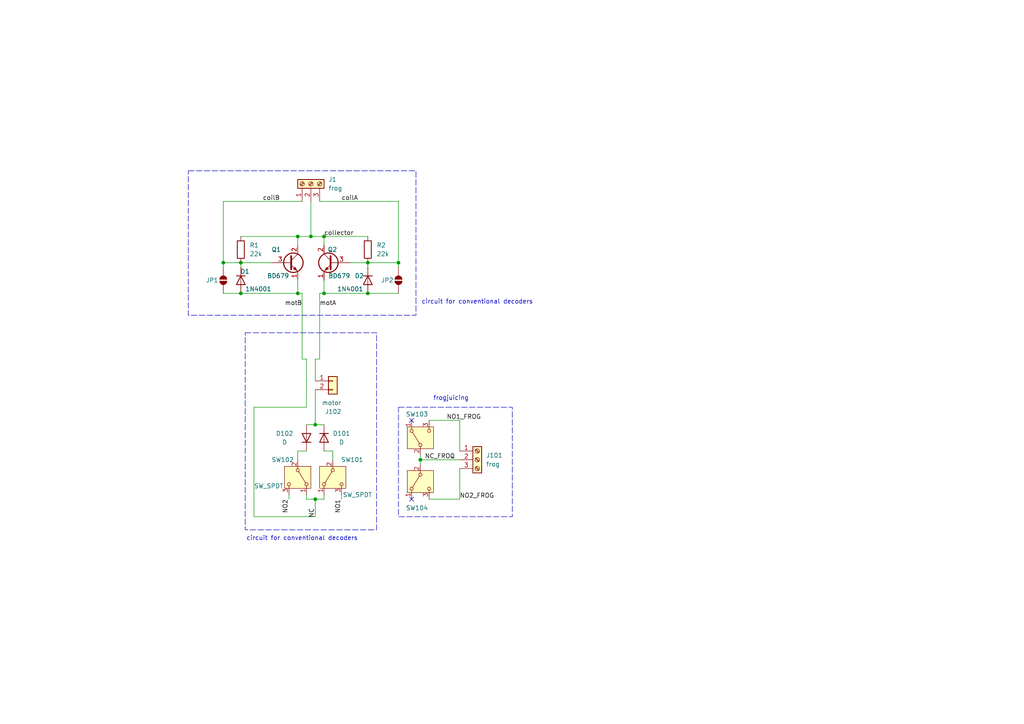
<source format=kicad_sch>
(kicad_sch (version 20231120) (generator "eeschema") (generator_version "8.0")
  (paper "A4")
  (lib_symbols
    (symbol "Connector:Screw_Terminal_01x03" (pin_names (offset 1.016) hide)
      (property "Reference" "J" (at 0 5.08 0))
      (property "Value" "Screw_Terminal_01x03" (at 0 -5.08 0))
      (symbol "Screw_Terminal_01x03_1_1"
        (rectangle (start -1.27 3.81) (end 1.27 -3.81) (stroke (width 0.254)) (fill (type background)))
        (circle (center 0 -2.54) (radius 0.635) (stroke (width 0.1524)))
        (polyline (pts (xy -0.5334 -2.2098) (xy 0.3302 -3.048)) (stroke (width 0.1524)))
        (polyline (pts (xy -0.5334 0.3302) (xy 0.3302 -0.508)) (stroke (width 0.1524)))
        (polyline (pts (xy -0.5334 2.8702) (xy 0.3302 2.032)) (stroke (width 0.1524)))
        (polyline (pts (xy -0.3556 -2.032) (xy 0.508 -2.8702)) (stroke (width 0.1524)))
        (polyline (pts (xy -0.3556 0.508) (xy 0.508 -0.3302)) (stroke (width 0.1524)))
        (polyline (pts (xy -0.3556 3.048) (xy 0.508 2.2098)) (stroke (width 0.1524)))
        (circle (center 0 0) (radius 0.635) (stroke (width 0.1524)))
        (circle (center 0 2.54) (radius 0.635) (stroke (width 0.1524)))
        (pin passive line (at -5.08 2.54 0) (length 3.81) (name "Pin_1") (number "1"))
        (pin passive line (at -5.08 0 0) (length 3.81) (name "Pin_2") (number "2"))
        (pin passive line (at -5.08 -2.54 0) (length 3.81) (name "Pin_3") (number "3"))
      )
    )
    (symbol "Connector_Generic:Conn_01x02" (pin_names (offset 1.016) hide)
      (property "Reference" "J" (at 0 2.54 0))
      (property "Value" "Conn_01x02" (at 0 -5.08 0))
      (symbol "Conn_01x02_1_1"
        (rectangle (start -1.27 -2.413) (end 0 -2.667) (stroke (width 0.1524)))
        (rectangle (start -1.27 0.127) (end 0 -0.127) (stroke (width 0.1524)))
        (rectangle (start -1.27 1.27) (end 1.27 -3.81) (stroke (width 0.254)) (fill (type background)))
        (pin passive line (at -5.08 0 0) (length 3.81) (name "Pin_1") (number "1"))
        (pin passive line (at -5.08 -2.54 0) (length 3.81) (name "Pin_2") (number "2"))
      )
    )
    (symbol "Device:D" (pin_numbers hide) (pin_names (offset 1.016) hide)
      (property "Reference" "D" (at 0 2.54 0))
      (property "Value" "D" (at 0 -2.54 0))
      (symbol "D_0_1"
        (polyline (pts (xy -1.27 1.27) (xy -1.27 -1.27)) (stroke (width 0.254)))
        (polyline (pts (xy 1.27 0) (xy -1.27 0)))
        (polyline (pts (xy 1.27 1.27) (xy 1.27 -1.27) (xy -1.27 0) (xy 1.27 1.27)) (stroke (width 0.254)))
      )
      (symbol "D_1_1"
        (pin passive line (at -3.81 0 0) (length 2.54) (name "K") (number "1"))
        (pin passive line (at 3.81 0 180) (length 2.54) (name "A") (number "2"))
      )
    )
    (symbol "Device:R" (pin_numbers hide) (pin_names (offset 0))
      (property "Reference" "R" (at 2.032 0 90))
      (property "Value" "R" (at 0 0 90))
      (symbol "R_0_1"
        (rectangle (start -1.016 -2.54) (end 1.016 2.54) (stroke (width 0.254)))
      )
      (symbol "R_1_1"
        (pin passive line (at 0 3.81 270) (length 1.27) (name "~") (number "1"))
        (pin passive line (at 0 -3.81 90) (length 1.27) (name "~") (number "2"))
      )
    )
    (symbol "Diode:1N4001" (pin_numbers hide) (pin_names hide)
      (property "Reference" "D" (at 0 2.54 0))
      (property "Value" "1N4001" (at 0 -2.54 0))
      (symbol "1N4001_0_1"
        (polyline (pts (xy -1.27 1.27) (xy -1.27 -1.27)) (stroke (width 0.254)))
        (polyline (pts (xy 1.27 0) (xy -1.27 0)))
        (polyline (pts (xy 1.27 1.27) (xy 1.27 -1.27) (xy -1.27 0) (xy 1.27 1.27)) (stroke (width 0.254)))
      )
      (symbol "1N4001_1_1"
        (pin passive line (at -3.81 0 0) (length 2.54) (name "K") (number "1"))
        (pin passive line (at 3.81 0 180) (length 2.54) (name "A") (number "2"))
      )
    )
    (symbol "Jumper:SolderJumper_2_Open" (pin_numbers hide) (pin_names (offset 0) hide) (exclude_from_sim yes) (in_bom no)
      (property "Reference" "JP" (at 0 2.032 0))
      (property "Value" "SolderJumper_2_Open" (at 0 -2.54 0))
      (symbol "SolderJumper_2_Open_0_1"
        (arc (start -0.254 1.016) (mid -1.2656 0) (end -0.254 -1.016))
        (arc (start -0.254 1.016) (mid -1.2656 0) (end -0.254 -1.016) (fill (type outline)))
        (polyline (pts (xy -0.254 1.016) (xy -0.254 -1.016)))
        (polyline (pts (xy 0.254 1.016) (xy 0.254 -1.016)))
        (arc (start 0.254 -1.016) (mid 1.2656 0) (end 0.254 1.016))
        (arc (start 0.254 -1.016) (mid 1.2656 0) (end 0.254 1.016) (fill (type outline)))
      )
      (symbol "SolderJumper_2_Open_1_1"
        (pin passive line (at -3.81 0 0) (length 2.54) (name "A") (number "1"))
        (pin passive line (at 3.81 0 180) (length 2.54) (name "B") (number "2"))
      )
    )
    (symbol "Switch:SW_SPDT" (pin_names (offset 0) hide)
      (property "Reference" "SW" (at 0 5.08 0))
      (property "Value" "SW_SPDT" (at 0 -5.08 0))
      (symbol "SW_SPDT_0_1"
        (circle (center -2.032 0) (radius 0.4572))
        (polyline (pts (xy -1.651 0.254) (xy 1.651 2.286)))
        (circle (center 2.032 -2.54) (radius 0.4572))
        (circle (center 2.032 2.54) (radius 0.4572))
      )
      (symbol "SW_SPDT_1_1"
        (rectangle (start -3.175 3.81) (end 3.175 -3.81) (fill (type background)))
        (pin passive line (at 5.08 2.54 180) (length 2.54) (name "A") (number "1"))
        (pin passive line (at -5.08 0 0) (length 2.54) (name "B") (number "2"))
        (pin passive line (at 5.08 -2.54 180) (length 2.54) (name "C") (number "3"))
      )
    )
    (symbol "Transistor_BJT:BD135" (pin_names (offset 0) hide)
      (property "Reference" "Q" (at 5.08 1.905 0))
      (property "Value" "BD135" (at 5.08 0 0))
      (symbol "BD135_0_1"
        (polyline (pts (xy 0 0) (xy 0.635 0)))
        (polyline (pts (xy 2.54 -2.54) (xy 0.635 -0.635)))
        (polyline (pts (xy 2.54 2.54) (xy 0.635 0.635)))
        (polyline (pts (xy 0.635 1.905) (xy 0.635 -1.905) (xy 0.635 -1.905)) (stroke (width 0.508)) (fill (type outline)))
        (polyline (pts (xy 1.2446 -1.778) (xy 1.7526 -1.27) (xy 2.286 -2.286) (xy 1.2446 -1.778) (xy 1.2446 -1.778)) (fill (type outline)))
        (circle (center 1.27 0) (radius 2.8194) (stroke (width 0.3048)))
      )
      (symbol "BD135_1_1"
        (pin passive line (at 2.54 -5.08 90) (length 2.54) (name "E") (number "1"))
        (pin passive line (at 2.54 5.08 270) (length 2.54) (name "C") (number "2"))
        (pin input line (at -5.08 0 0) (length 5.08) (name "B") (number "3"))
      )
    )
  )
  (junction (at 93.98 68.58))
  (junction (at 69.85 76.2))
  (junction (at 90.17 68.58))
  (junction (at 106.68 76.2))
  (junction (at 86.36 85.09))
  (junction (at 64.77 76.2))
  (junction (at 86.36 68.58))
  (junction (at 91.44 144.78))
  (junction (at 69.85 85.09))
  (junction (at 91.44 123.19))
  (junction (at 106.68 85.09))
  (junction (at 93.98 85.09))
  (junction (at 121.92 133.35))
  (junction (at 115.57 76.2))
  (no_connect (at 119.38 121.92))
  (no_connect (at 119.38 144.78))
  (wire (pts (xy 115.57 58.42) (xy 92.71 58.42)))
  (wire (pts (xy 69.85 76.2) (xy 69.85 77.47)))
  (wire (pts (xy 86.36 68.58) (xy 86.36 71.12)))
  (wire (pts (xy 106.68 76.2) (xy 106.68 77.47)))
  (wire (pts (xy 87.63 85.09) (xy 86.36 85.09)))
  (wire (pts (xy 86.36 68.58) (xy 90.17 68.58)))
  (wire (pts (xy 96.52 130.81) (xy 93.98 130.81)))
  (wire (pts (xy 121.92 133.35) (xy 121.92 134.62)))
  (wire (pts (xy 93.98 85.09) (xy 93.98 81.28)))
  (wire (pts (xy 133.35 121.92) (xy 133.35 130.81)))
  (wire (pts (xy 88.9 104.14) (xy 87.63 104.14)))
  (wire (pts (xy 124.46 144.78) (xy 133.35 144.78)))
  (wire (pts (xy 133.35 144.78) (xy 133.35 135.89)))
  (wire (pts (xy 91.44 104.14) (xy 91.44 110.49)))
  (wire (pts (xy 93.98 144.78) (xy 91.44 144.78)))
  (wire (pts (xy 88.9 104.14) (xy 88.9 118.11)))
  (wire (pts (xy 73.66 118.11) (xy 88.9 118.11)))
  (wire (pts (xy 115.57 58.42) (xy 115.57 76.2)))
  (wire (pts (xy 83.82 143.51) (xy 83.82 144.78)))
  (wire (pts (xy 96.52 133.35) (xy 96.52 130.81)))
  (wire (pts (xy 99.06 143.51) (xy 99.06 144.78)))
  (wire (pts (xy 101.6 76.2) (xy 106.68 76.2)))
  (wire (pts (xy 90.17 58.42) (xy 90.17 68.58)))
  (wire (pts (xy 91.44 123.19) (xy 88.9 123.19)))
  (wire (pts (xy 106.68 85.09) (xy 93.98 85.09)))
  (wire (pts (xy 87.63 58.42) (xy 64.77 58.42)))
  (wire (pts (xy 92.71 85.09) (xy 92.71 104.14)))
  (wire (pts (xy 93.98 68.58) (xy 93.98 71.12)))
  (wire (pts (xy 88.9 144.78) (xy 88.9 143.51)))
  (wire (pts (xy 86.36 130.81) (xy 88.9 130.81)))
  (wire (pts (xy 69.85 76.2) (xy 78.74 76.2)))
  (wire (pts (xy 90.17 68.58) (xy 93.98 68.58)))
  (wire (pts (xy 91.44 113.03) (xy 91.44 123.19)))
  (wire (pts (xy 91.44 104.14) (xy 92.71 104.14)))
  (wire (pts (xy 69.85 85.09) (xy 86.36 85.09)))
  (wire (pts (xy 64.77 85.09) (xy 69.85 85.09)))
  (wire (pts (xy 106.68 85.09) (xy 115.57 85.09)))
  (wire (pts (xy 93.98 123.19) (xy 91.44 123.19)))
  (wire (pts (xy 91.44 144.78) (xy 91.44 149.86)))
  (wire (pts (xy 86.36 133.35) (xy 86.36 130.81)))
  (wire (pts (xy 115.57 76.2) (xy 115.57 77.47)))
  (wire (pts (xy 124.46 121.92) (xy 133.35 121.92)))
  (wire (pts (xy 93.98 144.78) (xy 93.98 143.51)))
  (wire (pts (xy 121.92 133.35) (xy 133.35 133.35)))
  (wire (pts (xy 64.77 58.42) (xy 64.77 76.2)))
  (wire (pts (xy 121.92 132.08) (xy 121.92 133.35)))
  (wire (pts (xy 64.77 76.2) (xy 69.85 76.2)))
  (wire (pts (xy 87.63 85.09) (xy 87.63 104.14)))
  (wire (pts (xy 64.77 76.2) (xy 64.77 77.47)))
  (wire (pts (xy 93.98 68.58) (xy 106.68 68.58)))
  (wire (pts (xy 69.85 68.58) (xy 86.36 68.58)))
  (wire (pts (xy 91.44 144.78) (xy 88.9 144.78)))
  (wire (pts (xy 73.66 149.86) (xy 73.66 118.11)))
  (wire (pts (xy 106.68 76.2) (xy 115.57 76.2)))
  (wire (pts (xy 91.44 149.86) (xy 73.66 149.86)))
  (wire (pts (xy 92.71 85.09) (xy 93.98 85.09)))
  (wire (pts (xy 86.36 85.09) (xy 86.36 81.28)))
  (rectangle (start 115.57 118.11) (end 148.59 149.86) (stroke (width 0) (type dash)))
  (rectangle (start 71.12 96.52) (end 109.22 153.67) (stroke (width 0) (type dash)))
  (rectangle (start 54.61 49.53) (end 120.65 91.44) (stroke (width 0) (type dash)))
  (text "frogjuicing" (at 130.81 115.57 0) (effects (font (size 1.27 1.27))))
  (text "circuit for conventional decoders" (at 87.63 156.21 0) (effects (font (size 1.27 1.27))))
  (text "circuit for conventional decoders" (at 138.43 87.63 0) (effects (font (size 1.27 1.27))))
  (label "NO2_FROG" (at 133.35 144.78 0))
  (label "NO2" (at 83.82 144.78 270))
  (label "coilB" (at 76.2 58.42 0))
  (label "coilA" (at 99.06 58.42 0))
  (label "collector" (at 93.98 68.58 0))
  (label "motA" (at 92.71 88.9 0))
  (label "NC_FROQ" (at 123.19 133.35 0))
  (label "NO1" (at 99.06 144.78 270))
  (label "NC" (at 91.44 147.32 270))
  (label "NO1_FROG" (at 129.54 121.92 0))
  (label "motB" (at 87.63 88.9 180))
  (symbol (lib_id "Transistor_BJT:BD135") (at 83.82 76.2 0) (unit 1)
    (property "Reference" "Q1" (at 78.74 72.39 0) (effects (justify left)))
    (property "Value" "BD679" (at 77.47 80.01 0) (effects (justify left)))
    (property "Footprint" "Package_TO_SOT_THT:TO-126-3_Vertical" (effects (hide yes)))
    (property "Datasheet" "http://www.st.com/internet/com/TECHNICAL_RESOURCES/TECHNICAL_LITERATURE/DATASHEET/CD00001225.pdf" (effects (hide yes)))
    (property "Description" "1.5A Ic, 45V Vce, Low Voltage Transistor, TO-126" (effects (hide yes)))
  )
  (symbol (lib_id "Switch:SW_SPDT") (at 121.92 127 90) (unit 1)
    (property "Reference" "SW103" (at 124.206 120.142 90) (effects (justify left)))
    (property "Value" "SW_SPDT" (effects (hide yes)))
    (property "Footprint" "custom_kicad_lib_sk:limitSwitchVertical" (effects (hide yes)))
    (property "Description" "Switch, single pole double throw" (effects (hide yes)))
  )
  (symbol (lib_id "Device:D") (at 93.98 127 270) (unit 1)
    (property "Reference" "D101" (at 99.06 125.73 90))
    (property "Value" "D" (at 99.06 128.27 90))
    (property "Footprint" "Diode_THT:D_DO-34_SOD68_P7.62mm_Horizontal" (effects (hide yes)))
    (property "Description" "Diode" (effects (hide yes)))
    (property "Sim.Device" "D" (effects (hide yes)))
    (property "Sim.Pins" "1=K 2=A" (effects (hide yes)))
  )
  (symbol (lib_id "Device:R") (at 106.68 72.39 0) (unit 1)
    (property "Reference" "R2" (at 109.22 71.1199 0) (effects (justify left)))
    (property "Value" "22k" (at 109.22 73.6599 0) (effects (justify left)))
    (property "Footprint" "Resistor_THT:R_Axial_DIN0204_L3.6mm_D1.6mm_P7.62mm_Horizontal" (effects (hide yes)))
    (property "Description" "Resistor" (effects (hide yes)))
  )
  (symbol (lib_id "Switch:SW_SPDT") (at 121.92 139.7 90) (mirror x) (unit 1)
    (property "Reference" "SW104" (at 124.206 147.32 90) (effects (justify left)))
    (property "Value" "SW_SPDT" (effects (hide yes)))
    (property "Footprint" "custom_kicad_lib_sk:limitSwitchVertical" (effects (hide yes)))
    (property "Description" "Switch, single pole double throw" (effects (hide yes)))
  )
  (symbol (lib_id "Device:D") (at 88.9 127 90) (unit 1)
    (property "Reference" "D102" (at 82.55 125.73 90))
    (property "Value" "D" (at 82.55 128.27 90))
    (property "Footprint" "Diode_THT:D_DO-34_SOD68_P7.62mm_Horizontal" (effects (hide yes)))
    (property "Description" "Diode" (effects (hide yes)))
    (property "Sim.Device" "D" (effects (hide yes)))
    (property "Sim.Pins" "1=K 2=A" (effects (hide yes)))
  )
  (symbol (lib_id "Device:R") (at 69.85 72.39 0) (unit 1)
    (property "Reference" "R1" (at 72.39 71.1199 0) (effects (justify left)))
    (property "Value" "22k" (at 72.39 73.6599 0) (effects (justify left)))
    (property "Footprint" "Resistor_THT:R_Axial_DIN0204_L3.6mm_D1.6mm_P7.62mm_Horizontal" (effects (hide yes)))
    (property "Description" "Resistor" (effects (hide yes)))
  )
  (symbol (lib_id "Switch:SW_SPDT") (at 96.52 138.43 90) (mirror x) (unit 1)
    (property "Reference" "SW101" (at 105.41 133.35 90) (effects (justify left)))
    (property "Value" "SW_SPDT" (at 107.95 143.51 90) (effects (justify left)))
    (property "Footprint" "custom_kicad_lib_sk:limitSwitchVertical" (effects (hide yes)))
    (property "Description" "Switch, single pole double throw" (effects (hide yes)))
  )
  (symbol (lib_id "Diode:1N4001") (at 106.68 81.28 270) (unit 1)
    (property "Reference" "D2" (at 102.87 80.01 90) (effects (justify left)))
    (property "Value" "1N4001" (at 97.79 83.82 90) (effects (justify left)))
    (property "Footprint" "Diode_THT:D_DO-34_SOD68_P7.62mm_Horizontal" (effects (hide yes)))
    (property "Datasheet" "http://www.vishay.com/docs/88503/1n4001.pdf" (effects (hide yes)))
    (property "Description" "50V 1A General Purpose Rectifier Diode, DO-41" (effects (hide yes)))
    (property "Sim.Device" "D" (effects (hide yes)))
    (property "Sim.Pins" "1=K 2=A" (effects (hide yes)))
  )
  (symbol (lib_id "Transistor_BJT:BD135") (at 96.52 76.2 0) (mirror y) (unit 1)
    (property "Reference" "Q2" (at 97.79 72.39 0) (effects (justify left)))
    (property "Value" "BD679" (at 101.6 80.01 0) (effects (justify left)))
    (property "Footprint" "Package_TO_SOT_THT:TO-126-3_Vertical" (effects (hide yes)))
    (property "Datasheet" "http://www.st.com/internet/com/TECHNICAL_RESOURCES/TECHNICAL_LITERATURE/DATASHEET/CD00001225.pdf" (effects (hide yes)))
    (property "Description" "1.5A Ic, 45V Vce, Low Voltage Transistor, TO-126" (effects (hide yes)))
  )
  (symbol (lib_id "Diode:1N4001") (at 69.85 81.28 270) (unit 1)
    (property "Reference" "D1" (at 72.39 78.74 90) (effects (justify right)))
    (property "Value" "1N4001" (at 78.74 83.82 90) (effects (justify right)))
    (property "Footprint" "Diode_THT:D_DO-34_SOD68_P7.62mm_Horizontal" (effects (hide yes)))
    (property "Datasheet" "http://www.vishay.com/docs/88503/1n4001.pdf" (effects (hide yes)))
    (property "Description" "50V 1A General Purpose Rectifier Diode, DO-41" (effects (hide yes)))
    (property "Sim.Device" "D" (effects (hide yes)))
    (property "Sim.Pins" "1=K 2=A" (effects (hide yes)))
  )
  (symbol (lib_id "Connector:Screw_Terminal_01x03") (at 90.17 53.34 90) (unit 1)
    (property "Reference" "J1" (at 95.25 52.0699 90) (effects (justify right)))
    (property "Value" "frog" (at 95.25 54.6099 90) (effects (justify right)))
    (property "Footprint" "Connector_Phoenix_MC:PhoenixContact_MC_1,5_3-G-3.5_1x03_P3.50mm_Horizontal" (effects (hide yes)))
    (property "Description" "Generic screw terminal, single row, 01x03, script generated (kicad-library-utils/schlib/autogen/connector/)" (effects (hide yes)))
  )
  (symbol (lib_id "Connector:Screw_Terminal_01x03") (at 138.43 133.35 0) (unit 1)
    (property "Reference" "J101" (at 140.97 132.0799 0) (effects (justify left)))
    (property "Value" "frog" (at 140.97 134.6199 0) (effects (justify left)))
    (property "Footprint" "Connector_Phoenix_MC:PhoenixContact_MC_1,5_3-G-3.5_1x03_P3.50mm_Horizontal" (effects (hide yes)))
    (property "Description" "Generic screw terminal, single row, 01x03, script generated (kicad-library-utils/schlib/autogen/connector/)" (effects (hide yes)))
  )
  (symbol (lib_id "Switch:SW_SPDT") (at 86.36 138.43 270) (unit 1)
    (property "Reference" "SW102" (at 78.74 133.35 90) (effects (justify left)))
    (property "Value" "SW_SPDT" (at 73.66 140.97 90) (effects (justify left)))
    (property "Footprint" "custom_kicad_lib_sk:limitSwitchVertical" (effects (hide yes)))
    (property "Description" "Switch, single pole double throw" (effects (hide yes)))
  )
  (symbol (lib_id "Jumper:SolderJumper_2_Open") (at 115.57 81.28 90) (unit 1) (exclude_from_sim yes) (in_bom no)
    (property "Reference" "JP2" (at 110.49 81.28 90) (effects (justify right)))
    (property "Value" "SolderJumper_2_Open" (effects (hide yes)))
    (property "Footprint" "Jumper:SolderJumper-2_P1.3mm_Open_RoundedPad1.0x1.5mm" (effects (hide yes)))
    (property "Description" "Solder Jumper, 2-pole, open" (effects (hide yes)))
  )
  (symbol (lib_id "Connector_Generic:Conn_01x02") (at 96.52 110.49 0) (unit 1)
    (property "Reference" "J102" (at 99.06 119.38 0) (effects (justify right)))
    (property "Value" "motor" (at 99.06 116.84 0) (effects (justify right)))
    (property "Footprint" "custom_kicad_lib_sk:N20_motor" (effects (hide yes)))
    (property "Description" "Generic connector, single row, 01x02, script generated (kicad-library-utils/schlib/autogen/connector/)" (effects (hide yes)))
  )
  (symbol (lib_id "Jumper:SolderJumper_2_Open") (at 64.77 81.28 90) (unit 1) (exclude_from_sim yes) (in_bom no)
    (property "Reference" "JP1" (at 59.69 81.28 90) (effects (justify right)))
    (property "Value" "SolderJumper_2_Open" (effects (hide yes)))
    (property "Footprint" "Jumper:SolderJumper-2_P1.3mm_Open_RoundedPad1.0x1.5mm" (effects (hide yes)))
    (property "Description" "Solder Jumper, 2-pole, open" (effects (hide yes)))
  )
)
</source>
